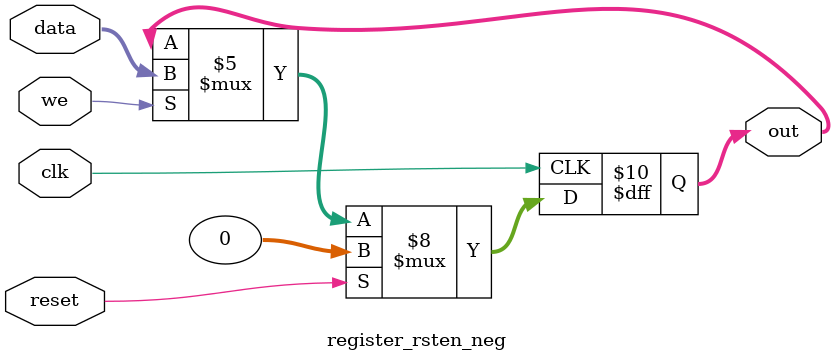
<source format=v>
module register_rsten_neg  #(parameter WIDTH=32) (
	  input  clk, reset,we,
	  input	[WIDTH-1:0] data,
	  output reg [WIDTH-1:0] out
    );

initial begin
	out<=0;
end	 

always@(negedge clk) begin
	if (reset == 1'b1)
		out<={WIDTH{1'b0}};
	else if(we==1'b1)	
		out<=data;
end
	 
endmodule	 
</source>
